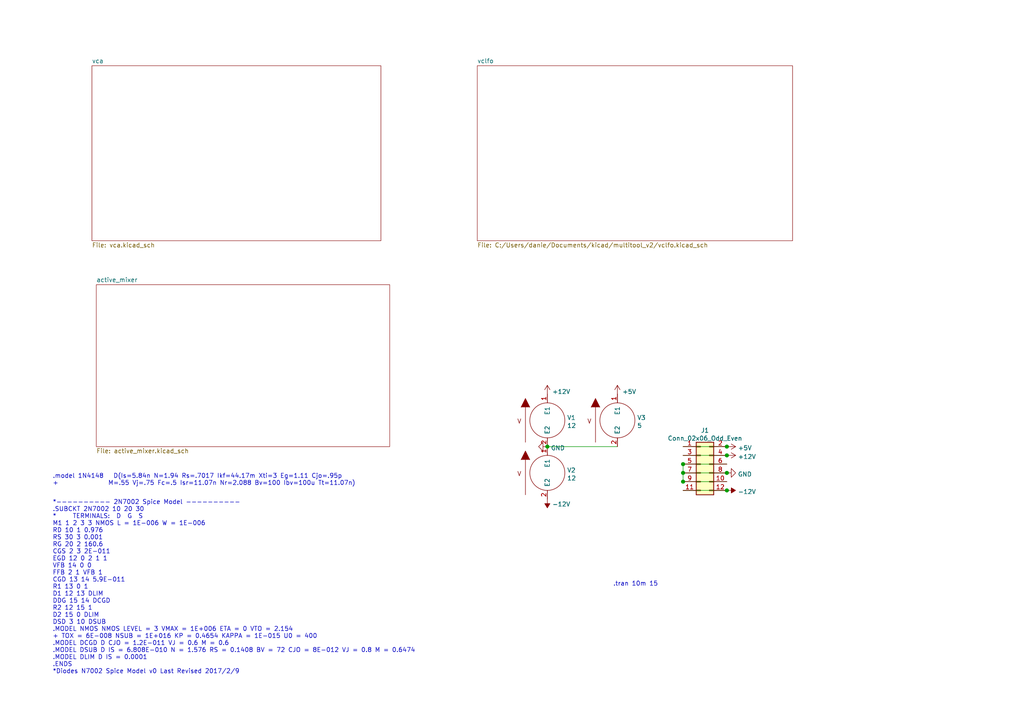
<source format=kicad_sch>
(kicad_sch (version 20210406) (generator eeschema)

  (uuid 6f3b2128-e8b1-41f4-8904-c347a67195d4)

  (paper "A4")

  (lib_symbols
    (symbol "Connector_Generic:Conn_02x06_Odd_Even" (pin_names (offset 1.016) hide) (in_bom yes) (on_board yes)
      (property "Reference" "J" (id 0) (at 1.27 7.62 0)
        (effects (font (size 1.27 1.27)))
      )
      (property "Value" "Conn_02x06_Odd_Even" (id 1) (at 1.27 -10.16 0)
        (effects (font (size 1.27 1.27)))
      )
      (property "Footprint" "" (id 2) (at 0 0 0)
        (effects (font (size 1.27 1.27)) hide)
      )
      (property "Datasheet" "~" (id 3) (at 0 0 0)
        (effects (font (size 1.27 1.27)) hide)
      )
      (property "ki_keywords" "connector" (id 4) (at 0 0 0)
        (effects (font (size 1.27 1.27)) hide)
      )
      (property "ki_description" "Generic connector, double row, 02x06, odd/even pin numbering scheme (row 1 odd numbers, row 2 even numbers), script generated (kicad-library-utils/schlib/autogen/connector/)" (id 5) (at 0 0 0)
        (effects (font (size 1.27 1.27)) hide)
      )
      (property "ki_fp_filters" "Connector*:*_2x??_*" (id 6) (at 0 0 0)
        (effects (font (size 1.27 1.27)) hide)
      )
      (symbol "Conn_02x06_Odd_Even_1_1"
        (rectangle (start -1.27 -7.493) (end 0 -7.747)
          (stroke (width 0.1524)) (fill (type none))
        )
        (rectangle (start -1.27 -4.953) (end 0 -5.207)
          (stroke (width 0.1524)) (fill (type none))
        )
        (rectangle (start -1.27 -2.413) (end 0 -2.667)
          (stroke (width 0.1524)) (fill (type none))
        )
        (rectangle (start -1.27 0.127) (end 0 -0.127)
          (stroke (width 0.1524)) (fill (type none))
        )
        (rectangle (start -1.27 2.667) (end 0 2.413)
          (stroke (width 0.1524)) (fill (type none))
        )
        (rectangle (start -1.27 5.207) (end 0 4.953)
          (stroke (width 0.1524)) (fill (type none))
        )
        (rectangle (start 3.81 -7.493) (end 2.54 -7.747)
          (stroke (width 0.1524)) (fill (type none))
        )
        (rectangle (start 3.81 -4.953) (end 2.54 -5.207)
          (stroke (width 0.1524)) (fill (type none))
        )
        (rectangle (start 3.81 -2.413) (end 2.54 -2.667)
          (stroke (width 0.1524)) (fill (type none))
        )
        (rectangle (start 3.81 0.127) (end 2.54 -0.127)
          (stroke (width 0.1524)) (fill (type none))
        )
        (rectangle (start 3.81 2.667) (end 2.54 2.413)
          (stroke (width 0.1524)) (fill (type none))
        )
        (rectangle (start 3.81 5.207) (end 2.54 4.953)
          (stroke (width 0.1524)) (fill (type none))
        )
        (rectangle (start -1.27 6.35) (end 3.81 -8.89)
          (stroke (width 0.254)) (fill (type background))
        )
        (pin passive line (at -5.08 5.08 0) (length 3.81)
          (name "Pin_1" (effects (font (size 1.27 1.27))))
          (number "1" (effects (font (size 1.27 1.27))))
        )
        (pin passive line (at 7.62 -5.08 180) (length 3.81)
          (name "Pin_10" (effects (font (size 1.27 1.27))))
          (number "10" (effects (font (size 1.27 1.27))))
        )
        (pin passive line (at -5.08 -7.62 0) (length 3.81)
          (name "Pin_11" (effects (font (size 1.27 1.27))))
          (number "11" (effects (font (size 1.27 1.27))))
        )
        (pin passive line (at 7.62 -7.62 180) (length 3.81)
          (name "Pin_12" (effects (font (size 1.27 1.27))))
          (number "12" (effects (font (size 1.27 1.27))))
        )
        (pin passive line (at 7.62 5.08 180) (length 3.81)
          (name "Pin_2" (effects (font (size 1.27 1.27))))
          (number "2" (effects (font (size 1.27 1.27))))
        )
        (pin passive line (at -5.08 2.54 0) (length 3.81)
          (name "Pin_3" (effects (font (size 1.27 1.27))))
          (number "3" (effects (font (size 1.27 1.27))))
        )
        (pin passive line (at 7.62 2.54 180) (length 3.81)
          (name "Pin_4" (effects (font (size 1.27 1.27))))
          (number "4" (effects (font (size 1.27 1.27))))
        )
        (pin passive line (at -5.08 0 0) (length 3.81)
          (name "Pin_5" (effects (font (size 1.27 1.27))))
          (number "5" (effects (font (size 1.27 1.27))))
        )
        (pin passive line (at 7.62 0 180) (length 3.81)
          (name "Pin_6" (effects (font (size 1.27 1.27))))
          (number "6" (effects (font (size 1.27 1.27))))
        )
        (pin passive line (at -5.08 -2.54 0) (length 3.81)
          (name "Pin_7" (effects (font (size 1.27 1.27))))
          (number "7" (effects (font (size 1.27 1.27))))
        )
        (pin passive line (at 7.62 -2.54 180) (length 3.81)
          (name "Pin_8" (effects (font (size 1.27 1.27))))
          (number "8" (effects (font (size 1.27 1.27))))
        )
        (pin passive line (at -5.08 -5.08 0) (length 3.81)
          (name "Pin_9" (effects (font (size 1.27 1.27))))
          (number "9" (effects (font (size 1.27 1.27))))
        )
      )
    )
    (symbol "power:+12V" (power) (pin_names (offset 0)) (in_bom yes) (on_board yes)
      (property "Reference" "#PWR" (id 0) (at 0 -3.81 0)
        (effects (font (size 1.27 1.27)) hide)
      )
      (property "Value" "+12V" (id 1) (at 0 3.556 0)
        (effects (font (size 1.27 1.27)))
      )
      (property "Footprint" "" (id 2) (at 0 0 0)
        (effects (font (size 1.27 1.27)) hide)
      )
      (property "Datasheet" "" (id 3) (at 0 0 0)
        (effects (font (size 1.27 1.27)) hide)
      )
      (property "ki_keywords" "power-flag" (id 4) (at 0 0 0)
        (effects (font (size 1.27 1.27)) hide)
      )
      (property "ki_description" "Power symbol creates a global label with name \"+12V\"" (id 5) (at 0 0 0)
        (effects (font (size 1.27 1.27)) hide)
      )
      (symbol "+12V_0_1"
        (polyline
          (pts
            (xy -0.762 1.27)
            (xy 0 2.54)
          )
          (stroke (width 0)) (fill (type none))
        )
        (polyline
          (pts
            (xy 0 0)
            (xy 0 2.54)
          )
          (stroke (width 0)) (fill (type none))
        )
        (polyline
          (pts
            (xy 0 2.54)
            (xy 0.762 1.27)
          )
          (stroke (width 0)) (fill (type none))
        )
      )
      (symbol "+12V_1_1"
        (pin power_in line (at 0 0 90) (length 0) hide
          (name "+12V" (effects (font (size 1.27 1.27))))
          (number "1" (effects (font (size 1.27 1.27))))
        )
      )
    )
    (symbol "power:+5V" (power) (pin_names (offset 0)) (in_bom yes) (on_board yes)
      (property "Reference" "#PWR" (id 0) (at 0 -3.81 0)
        (effects (font (size 1.27 1.27)) hide)
      )
      (property "Value" "+5V" (id 1) (at 0 3.556 0)
        (effects (font (size 1.27 1.27)))
      )
      (property "Footprint" "" (id 2) (at 0 0 0)
        (effects (font (size 1.27 1.27)) hide)
      )
      (property "Datasheet" "" (id 3) (at 0 0 0)
        (effects (font (size 1.27 1.27)) hide)
      )
      (property "ki_keywords" "power-flag" (id 4) (at 0 0 0)
        (effects (font (size 1.27 1.27)) hide)
      )
      (property "ki_description" "Power symbol creates a global label with name \"+5V\"" (id 5) (at 0 0 0)
        (effects (font (size 1.27 1.27)) hide)
      )
      (symbol "+5V_0_1"
        (polyline
          (pts
            (xy -0.762 1.27)
            (xy 0 2.54)
          )
          (stroke (width 0)) (fill (type none))
        )
        (polyline
          (pts
            (xy 0 0)
            (xy 0 2.54)
          )
          (stroke (width 0)) (fill (type none))
        )
        (polyline
          (pts
            (xy 0 2.54)
            (xy 0.762 1.27)
          )
          (stroke (width 0)) (fill (type none))
        )
      )
      (symbol "+5V_1_1"
        (pin power_in line (at 0 0 90) (length 0) hide
          (name "+5V" (effects (font (size 1.27 1.27))))
          (number "1" (effects (font (size 1.27 1.27))))
        )
      )
    )
    (symbol "power:-12V" (power) (pin_names (offset 0)) (in_bom yes) (on_board yes)
      (property "Reference" "#PWR" (id 0) (at 0 2.54 0)
        (effects (font (size 1.27 1.27)) hide)
      )
      (property "Value" "-12V" (id 1) (at 0 3.81 0)
        (effects (font (size 1.27 1.27)))
      )
      (property "Footprint" "" (id 2) (at 0 0 0)
        (effects (font (size 1.27 1.27)) hide)
      )
      (property "Datasheet" "" (id 3) (at 0 0 0)
        (effects (font (size 1.27 1.27)) hide)
      )
      (property "ki_keywords" "power-flag" (id 4) (at 0 0 0)
        (effects (font (size 1.27 1.27)) hide)
      )
      (property "ki_description" "Power symbol creates a global label with name \"-12V\"" (id 5) (at 0 0 0)
        (effects (font (size 1.27 1.27)) hide)
      )
      (symbol "-12V_0_0"
        (pin power_in line (at 0 0 90) (length 0) hide
          (name "-12V" (effects (font (size 1.27 1.27))))
          (number "1" (effects (font (size 1.27 1.27))))
        )
      )
      (symbol "-12V_0_1"
        (polyline
          (pts
            (xy 0 0)
            (xy 0 1.27)
            (xy 0.762 1.27)
            (xy 0 2.54)
            (xy -0.762 1.27)
            (xy 0 1.27)
          )
          (stroke (width 0)) (fill (type outline))
        )
      )
    )
    (symbol "power:GND" (power) (pin_names (offset 0)) (in_bom yes) (on_board yes)
      (property "Reference" "#PWR" (id 0) (at 0 -6.35 0)
        (effects (font (size 1.27 1.27)) hide)
      )
      (property "Value" "GND" (id 1) (at 0 -3.81 0)
        (effects (font (size 1.27 1.27)))
      )
      (property "Footprint" "" (id 2) (at 0 0 0)
        (effects (font (size 1.27 1.27)) hide)
      )
      (property "Datasheet" "" (id 3) (at 0 0 0)
        (effects (font (size 1.27 1.27)) hide)
      )
      (property "ki_keywords" "power-flag" (id 4) (at 0 0 0)
        (effects (font (size 1.27 1.27)) hide)
      )
      (property "ki_description" "Power symbol creates a global label with name \"GND\" , ground" (id 5) (at 0 0 0)
        (effects (font (size 1.27 1.27)) hide)
      )
      (symbol "GND_0_1"
        (polyline
          (pts
            (xy 0 0)
            (xy 0 -1.27)
            (xy 1.27 -1.27)
            (xy 0 -2.54)
            (xy -1.27 -1.27)
            (xy 0 -1.27)
          )
          (stroke (width 0)) (fill (type none))
        )
      )
      (symbol "GND_1_1"
        (pin power_in line (at 0 0 270) (length 0) hide
          (name "GND" (effects (font (size 1.27 1.27))))
          (number "1" (effects (font (size 1.27 1.27))))
        )
      )
    )
    (symbol "pspice:VSOURCE" (pin_names (offset 1.016)) (in_bom yes) (on_board yes)
      (property "Reference" "V" (id 0) (at -6.35 7.62 0)
        (effects (font (size 1.27 1.27)))
      )
      (property "Value" "VSOURCE" (id 1) (at 0 0 0)
        (effects (font (size 1.27 1.27)))
      )
      (property "Footprint" "" (id 2) (at 0 0 0)
        (effects (font (size 1.27 1.27)) hide)
      )
      (property "Datasheet" "~" (id 3) (at 0 0 0)
        (effects (font (size 1.27 1.27)) hide)
      )
      (property "ki_keywords" "simulation" (id 4) (at 0 0 0)
        (effects (font (size 1.27 1.27)) hide)
      )
      (property "ki_description" "Voltage source symbol for simulation only" (id 5) (at 0 0 0)
        (effects (font (size 1.27 1.27)) hide)
      )
      (symbol "VSOURCE_0_1"
        (circle (center 0 0) (radius 5.08) (stroke (width 0)) (fill (type none)))
        (text "V" (at -8.128 -0.254 0)
          (effects (font (size 1.27 1.27)))
        )
        (polyline
          (pts
            (xy -6.35 -6.35)
            (xy -6.35 3.81)
          )
          (stroke (width 0)) (fill (type outline))
        )
        (polyline
          (pts
            (xy -7.62 3.81)
            (xy -6.35 6.35)
            (xy -5.08 3.81)
          )
          (stroke (width 0)) (fill (type outline))
        )
      )
      (symbol "VSOURCE_1_1"
        (pin input line (at 0 7.62 270) (length 2.54)
          (name "E1" (effects (font (size 1.27 1.27))))
          (number "1" (effects (font (size 1.27 1.27))))
        )
        (pin input line (at 0 -7.62 90) (length 2.54)
          (name "E2" (effects (font (size 1.27 1.27))))
          (number "2" (effects (font (size 1.27 1.27))))
        )
      )
    )
  )

  (junction (at 158.75 129.54) (diameter 1.016) (color 0 0 0 0))
  (junction (at 198.12 134.62) (diameter 1.016) (color 0 0 0 0))
  (junction (at 198.12 137.16) (diameter 1.016) (color 0 0 0 0))
  (junction (at 198.12 139.7) (diameter 1.016) (color 0 0 0 0))
  (junction (at 210.82 129.54) (diameter 1.016) (color 0 0 0 0))
  (junction (at 210.82 132.08) (diameter 1.016) (color 0 0 0 0))
  (junction (at 210.82 137.16) (diameter 1.016) (color 0 0 0 0))
  (junction (at 210.82 142.24) (diameter 1.016) (color 0 0 0 0))

  (wire (pts (xy 158.75 129.54) (xy 179.07 129.54))
    (stroke (width 0) (type solid) (color 0 0 0 0))
    (uuid 6ebf869d-21e2-4b19-91c2-f5eea7e65d7c)
  )
  (wire (pts (xy 198.12 129.54) (xy 210.82 129.54))
    (stroke (width 0) (type solid) (color 0 0 0 0))
    (uuid 30cffa07-6896-455c-a604-b4bbef4ce73b)
  )
  (wire (pts (xy 198.12 132.08) (xy 210.82 132.08))
    (stroke (width 0) (type solid) (color 0 0 0 0))
    (uuid 3f786bff-5985-4752-b153-66187e4ad4da)
  )
  (wire (pts (xy 198.12 134.62) (xy 198.12 137.16))
    (stroke (width 0) (type solid) (color 0 0 0 0))
    (uuid aeffc332-6cdb-40b9-9a01-9fa53150e4c0)
  )
  (wire (pts (xy 198.12 134.62) (xy 210.82 134.62))
    (stroke (width 0) (type solid) (color 0 0 0 0))
    (uuid 3adba6bb-5296-4120-92e9-d256457a8589)
  )
  (wire (pts (xy 198.12 137.16) (xy 198.12 139.7))
    (stroke (width 0) (type solid) (color 0 0 0 0))
    (uuid aeffc332-6cdb-40b9-9a01-9fa53150e4c0)
  )
  (wire (pts (xy 198.12 137.16) (xy 210.82 137.16))
    (stroke (width 0) (type solid) (color 0 0 0 0))
    (uuid e24e999a-1e95-4e5a-b6a1-77c3d48247fc)
  )
  (wire (pts (xy 198.12 139.7) (xy 210.82 139.7))
    (stroke (width 0) (type solid) (color 0 0 0 0))
    (uuid d4327457-b9e7-48c1-ae29-3b3882e189e4)
  )
  (wire (pts (xy 198.12 142.24) (xy 210.82 142.24))
    (stroke (width 0) (type solid) (color 0 0 0 0))
    (uuid c448b93d-f838-42d0-9739-82e2aefa3d2b)
  )

  (text ".model 1N4148   D(Is=5.84n N=1.94 Rs=.7017 Ikf=44.17m Xti=3 Eg=1.11 Cjo=.95p\n+               M=.55 Vj=.75 Fc=.5 Isr=11.07n Nr=2.088 Bv=100 Ibv=100u Tt=11.07n)"
    (at 15.24 140.97 0)
    (effects (font (size 1.27 1.27)) (justify left bottom))
    (uuid 5c19881a-eef4-4795-9f23-725b9b620baa)
  )
  (text "*---------- 2N7002 Spice Model ----------\n.SUBCKT 2N7002 10 20 30 \n*     TERMINALS:  D  G  S\nM1 1 2 3 3 NMOS L = 1E-006 W = 1E-006 \nRD 10 1 0.976 \nRS 30 3 0.001 \nRG 20 2 160.6 \nCGS 2 3 2E-011 \nEGD 12 0 2 1 1 \nVFB 14 0 0 \nFFB 2 1 VFB 1 \nCGD 13 14 5.9E-011 \nR1 13 0 1 \nD1 12 13 DLIM \nDDG 15 14 DCGD \nR2 12 15 1 \nD2 15 0 DLIM \nDSD 3 10 DSUB \n.MODEL NMOS NMOS LEVEL = 3 VMAX = 1E+006 ETA = 0 VTO = 2.154 \n+ TOX = 6E-008 NSUB = 1E+016 KP = 0.4654 KAPPA = 1E-015 U0 = 400 \n.MODEL DCGD D CJO = 1.2E-011 VJ = 0.6 M = 0.6 \n.MODEL DSUB D IS = 6.808E-010 N = 1.576 RS = 0.1408 BV = 72 CJO = 8E-012 VJ = 0.8 M = 0.6474 \n.MODEL DLIM D IS = 0.0001 \n.ENDS\n*Diodes N7002 Spice Model v0 Last Revised 2017/2/9"
    (at 15.24 195.58 0)
    (effects (font (size 1.27 1.27)) (justify left bottom))
    (uuid 25482be2-a27c-4b63-a7a6-e6ff29481cae)
  )
  (text ".tran 10m 15" (at 177.8 170.18 0)
    (effects (font (size 1.27 1.27)) (justify left bottom))
    (uuid 383fb0aa-5b98-4c28-8057-9d146766bace)
  )

  (symbol (lib_id "power:+12V") (at 158.75 114.3 0) (unit 1)
    (in_bom yes) (on_board yes) (fields_autoplaced)
    (uuid 85503cb0-056a-4dc6-bf05-c014feaa38a2)
    (property "Reference" "#PWR05" (id 0) (at 158.75 118.11 0)
      (effects (font (size 1.27 1.27)) hide)
    )
    (property "Value" "+12V" (id 1) (at 160.1471 113.609 0)
      (effects (font (size 1.27 1.27)) (justify left))
    )
    (property "Footprint" "" (id 2) (at 158.75 114.3 0)
      (effects (font (size 1.27 1.27)) hide)
    )
    (property "Datasheet" "" (id 3) (at 158.75 114.3 0)
      (effects (font (size 1.27 1.27)) hide)
    )
    (pin "1" (uuid efd309eb-01d0-44a4-81a9-17dbb947ff09))
  )

  (symbol (lib_id "power:-12V") (at 158.75 144.78 180) (unit 1)
    (in_bom yes) (on_board yes) (fields_autoplaced)
    (uuid 5948bd31-5130-4ffe-aabf-ab44ba13b64c)
    (property "Reference" "#PWR07" (id 0) (at 158.75 147.32 0)
      (effects (font (size 1.27 1.27)) hide)
    )
    (property "Value" "-12V" (id 1) (at 160.1471 146.248 0)
      (effects (font (size 1.27 1.27)) (justify right))
    )
    (property "Footprint" "" (id 2) (at 158.75 144.78 0)
      (effects (font (size 1.27 1.27)) hide)
    )
    (property "Datasheet" "" (id 3) (at 158.75 144.78 0)
      (effects (font (size 1.27 1.27)) hide)
    )
    (pin "1" (uuid e99b7abb-d3f3-4b62-9e96-9ee6fc3a3743))
  )

  (symbol (lib_id "power:+5V") (at 179.07 114.3 0) (unit 1)
    (in_bom yes) (on_board yes) (fields_autoplaced)
    (uuid 8002ee9a-94c4-4657-a25f-6da9e6c8bfa0)
    (property "Reference" "#PWR08" (id 0) (at 179.07 118.11 0)
      (effects (font (size 1.27 1.27)) hide)
    )
    (property "Value" "+5V" (id 1) (at 180.4671 113.609 0)
      (effects (font (size 1.27 1.27)) (justify left))
    )
    (property "Footprint" "" (id 2) (at 179.07 114.3 0)
      (effects (font (size 1.27 1.27)) hide)
    )
    (property "Datasheet" "" (id 3) (at 179.07 114.3 0)
      (effects (font (size 1.27 1.27)) hide)
    )
    (pin "1" (uuid 94372683-445b-40e2-a49e-29e281065b3d))
  )

  (symbol (lib_id "power:+5V") (at 210.82 129.54 270) (unit 1)
    (in_bom yes) (on_board yes) (fields_autoplaced)
    (uuid 5be8ef71-8c8c-4ebb-95a0-cbc9192c7c6c)
    (property "Reference" "#PWR01" (id 0) (at 207.01 129.54 0)
      (effects (font (size 1.27 1.27)) hide)
    )
    (property "Value" "+5V" (id 1) (at 213.9951 129.9285 90)
      (effects (font (size 1.27 1.27)) (justify left))
    )
    (property "Footprint" "" (id 2) (at 210.82 129.54 0)
      (effects (font (size 1.27 1.27)) hide)
    )
    (property "Datasheet" "" (id 3) (at 210.82 129.54 0)
      (effects (font (size 1.27 1.27)) hide)
    )
    (pin "1" (uuid 027aa968-9881-4cf3-aa12-c4cbe02399de))
  )

  (symbol (lib_id "power:+12V") (at 210.82 132.08 270) (unit 1)
    (in_bom yes) (on_board yes) (fields_autoplaced)
    (uuid 16da8e39-f360-42d2-beba-1c1871d0a966)
    (property "Reference" "#PWR02" (id 0) (at 207.01 132.08 0)
      (effects (font (size 1.27 1.27)) hide)
    )
    (property "Value" "+12V" (id 1) (at 213.9951 132.4685 90)
      (effects (font (size 1.27 1.27)) (justify left))
    )
    (property "Footprint" "" (id 2) (at 210.82 132.08 0)
      (effects (font (size 1.27 1.27)) hide)
    )
    (property "Datasheet" "" (id 3) (at 210.82 132.08 0)
      (effects (font (size 1.27 1.27)) hide)
    )
    (pin "1" (uuid 27c94cdc-f284-4634-8c13-18cf34d7af01))
  )

  (symbol (lib_id "power:-12V") (at 210.82 142.24 270) (unit 1)
    (in_bom yes) (on_board yes) (fields_autoplaced)
    (uuid 96c4552a-f84c-4562-9187-dfd0def914c4)
    (property "Reference" "#PWR04" (id 0) (at 213.36 142.24 0)
      (effects (font (size 1.27 1.27)) hide)
    )
    (property "Value" "-12V" (id 1) (at 213.9951 142.6285 90)
      (effects (font (size 1.27 1.27)) (justify left))
    )
    (property "Footprint" "" (id 2) (at 210.82 142.24 0)
      (effects (font (size 1.27 1.27)) hide)
    )
    (property "Datasheet" "" (id 3) (at 210.82 142.24 0)
      (effects (font (size 1.27 1.27)) hide)
    )
    (pin "1" (uuid 8011fe36-f467-421a-98ed-cb9e21df7a90))
  )

  (symbol (lib_id "power:GND") (at 158.75 129.54 270) (unit 1)
    (in_bom yes) (on_board yes) (fields_autoplaced)
    (uuid 617440fb-0e2d-4a42-9eeb-6d9b984b9706)
    (property "Reference" "#PWR06" (id 0) (at 152.4 129.54 0)
      (effects (font (size 1.27 1.27)) hide)
    )
    (property "Value" "GND" (id 1) (at 159.7661 129.9285 90)
      (effects (font (size 1.27 1.27)) (justify left))
    )
    (property "Footprint" "" (id 2) (at 158.75 129.54 0)
      (effects (font (size 1.27 1.27)) hide)
    )
    (property "Datasheet" "" (id 3) (at 158.75 129.54 0)
      (effects (font (size 1.27 1.27)) hide)
    )
    (pin "1" (uuid 27120751-1274-4338-b2ef-f0e3af55de0d))
  )

  (symbol (lib_id "power:GND") (at 210.82 137.16 90) (unit 1)
    (in_bom yes) (on_board yes) (fields_autoplaced)
    (uuid 73135d13-fdd9-4090-a0c8-92e10f21332f)
    (property "Reference" "#PWR03" (id 0) (at 217.17 137.16 0)
      (effects (font (size 1.27 1.27)) hide)
    )
    (property "Value" "GND" (id 1) (at 213.9951 137.5485 90)
      (effects (font (size 1.27 1.27)) (justify right))
    )
    (property "Footprint" "" (id 2) (at 210.82 137.16 0)
      (effects (font (size 1.27 1.27)) hide)
    )
    (property "Datasheet" "" (id 3) (at 210.82 137.16 0)
      (effects (font (size 1.27 1.27)) hide)
    )
    (pin "1" (uuid 15c6cd6f-944a-4d55-a8b1-e49cf9824b79))
  )

  (symbol (lib_id "Connector_Generic:Conn_02x06_Odd_Even") (at 203.2 134.62 0) (unit 1)
    (in_bom yes) (on_board yes) (fields_autoplaced)
    (uuid f1fc5ab9-fa72-439e-b0d5-5ac0a6e5c512)
    (property "Reference" "J1" (id 0) (at 204.47 124.8368 0))
    (property "Value" "Conn_02x06_Odd_Even" (id 1) (at 204.47 127.1355 0))
    (property "Footprint" "" (id 2) (at 203.2 134.62 0)
      (effects (font (size 1.27 1.27)) hide)
    )
    (property "Datasheet" "~" (id 3) (at 203.2 134.62 0)
      (effects (font (size 1.27 1.27)) hide)
    )
    (property "Spice_Primitive" "J" (id 4) (at 203.2 134.62 0)
      (effects (font (size 1.27 1.27)) hide)
    )
    (property "Spice_Model" "Conn_02x06_Odd_Even" (id 5) (at 203.2 134.62 0)
      (effects (font (size 1.27 1.27)) hide)
    )
    (property "Spice_Netlist_Enabled" "N" (id 6) (at 203.2 134.62 0)
      (effects (font (size 1.27 1.27)) hide)
    )
    (pin "1" (uuid 0ebf3a58-1043-43a3-87d7-fadefa1c20f9))
    (pin "10" (uuid 554de53a-b723-47f8-b7b7-749fffea12b9))
    (pin "11" (uuid 4566895a-90b4-4881-9429-195935a9746c))
    (pin "12" (uuid 42ba1ab1-f295-4c05-8f9b-9f559c8b6eaf))
    (pin "2" (uuid 30d0d1dd-f3fe-49b5-a9c6-fc1d0df8ce3d))
    (pin "3" (uuid 008eac32-5868-44d5-be97-f84192b3e969))
    (pin "4" (uuid 96c48817-719e-44bd-989d-2f89d54ddd4b))
    (pin "5" (uuid d1abe1ec-dab3-40a0-86b7-445b055de01d))
    (pin "6" (uuid 5ea32590-84c6-4388-913c-87d26cb4fd86))
    (pin "7" (uuid 1a7089fd-c593-4afe-b438-1e30a59d77c7))
    (pin "8" (uuid 42168337-13e9-4f9e-a09b-7234f99c1067))
    (pin "9" (uuid ad43af45-d12e-493b-8fd4-f41bf1a22078))
  )

  (symbol (lib_id "pspice:VSOURCE") (at 158.75 121.92 0) (unit 1)
    (in_bom yes) (on_board yes) (fields_autoplaced)
    (uuid 4531416e-fadf-4a0c-b28d-dc38f4584f5f)
    (property "Reference" "V1" (id 0) (at 164.4651 121.1591 0)
      (effects (font (size 1.27 1.27)) (justify left))
    )
    (property "Value" "VSOURCE" (id 1) (at 164.4651 123.4578 0)
      (effects (font (size 1.27 1.27)) (justify left))
    )
    (property "Footprint" "" (id 2) (at 158.75 121.92 0)
      (effects (font (size 1.27 1.27)) hide)
    )
    (property "Datasheet" "~" (id 3) (at 158.75 121.92 0)
      (effects (font (size 1.27 1.27)) hide)
    )
    (property "Spice_Primitive" "V" (id 4) (at 158.75 121.92 0)
      (effects (font (size 1.27 1.27)) hide)
    )
    (property "Spice_Model" "dc 12" (id 5) (at 158.75 121.92 0)
      (effects (font (size 1.27 1.27)) hide)
    )
    (property "Spice_Netlist_Enabled" "Y" (id 6) (at 158.75 121.92 0)
      (effects (font (size 1.27 1.27)) hide)
    )
    (pin "1" (uuid 9971a5b2-96f8-41b9-94ad-45fd78b260ef))
    (pin "2" (uuid ac6c5170-6630-4108-ab63-a49c1d738e78))
  )

  (symbol (lib_id "pspice:VSOURCE") (at 158.75 137.16 0) (unit 1)
    (in_bom yes) (on_board yes) (fields_autoplaced)
    (uuid 0d6c6f1f-c5f9-4756-8d40-fc46a2c1de91)
    (property "Reference" "V2" (id 0) (at 164.4651 136.3991 0)
      (effects (font (size 1.27 1.27)) (justify left))
    )
    (property "Value" "VSOURCE" (id 1) (at 164.4651 138.6978 0)
      (effects (font (size 1.27 1.27)) (justify left))
    )
    (property "Footprint" "" (id 2) (at 158.75 137.16 0)
      (effects (font (size 1.27 1.27)) hide)
    )
    (property "Datasheet" "~" (id 3) (at 158.75 137.16 0)
      (effects (font (size 1.27 1.27)) hide)
    )
    (property "Spice_Primitive" "V" (id 4) (at 158.75 137.16 0)
      (effects (font (size 1.27 1.27)) hide)
    )
    (property "Spice_Model" "dc 12" (id 5) (at 158.75 137.16 0)
      (effects (font (size 1.27 1.27)) hide)
    )
    (property "Spice_Netlist_Enabled" "Y" (id 6) (at 158.75 137.16 0)
      (effects (font (size 1.27 1.27)) hide)
    )
    (pin "1" (uuid e11cd4c9-1ea3-42fb-bdbd-da2e889a3d23))
    (pin "2" (uuid f686be06-ad41-4e90-bb93-19f163522503))
  )

  (symbol (lib_id "pspice:VSOURCE") (at 179.07 121.92 0) (unit 1)
    (in_bom yes) (on_board yes) (fields_autoplaced)
    (uuid 7943e61c-61f2-456c-93c9-759c6f92e66b)
    (property "Reference" "V3" (id 0) (at 184.7851 121.1591 0)
      (effects (font (size 1.27 1.27)) (justify left))
    )
    (property "Value" "VSOURCE" (id 1) (at 184.7851 123.4578 0)
      (effects (font (size 1.27 1.27)) (justify left))
    )
    (property "Footprint" "" (id 2) (at 179.07 121.92 0)
      (effects (font (size 1.27 1.27)) hide)
    )
    (property "Datasheet" "~" (id 3) (at 179.07 121.92 0)
      (effects (font (size 1.27 1.27)) hide)
    )
    (property "Spice_Primitive" "V" (id 4) (at 179.07 121.92 0)
      (effects (font (size 1.27 1.27)) hide)
    )
    (property "Spice_Model" "dc 5" (id 5) (at 179.07 121.92 0)
      (effects (font (size 1.27 1.27)) hide)
    )
    (property "Spice_Netlist_Enabled" "Y" (id 6) (at 179.07 121.92 0)
      (effects (font (size 1.27 1.27)) hide)
    )
    (pin "1" (uuid 83d6edfe-6ae0-4648-8b12-e0ede0b720e6))
    (pin "2" (uuid 6cb2e235-1d0f-43ac-9927-29772d175248))
  )

  (sheet (at 27.94 82.55) (size 85.09 46.99) (fields_autoplaced)
    (stroke (width 0.0006) (type solid) (color 0 0 0 0))
    (fill (color 0 0 0 0.0000))
    (uuid 64f0b70b-f9cc-4adc-904f-bddd1e6e332a)
    (property "Sheet name" "active_mixer" (id 0) (at 27.94 81.9143 0)
      (effects (font (size 1.27 1.27)) (justify left bottom))
    )
    (property "Sheet file" "active_mixer.kicad_sch" (id 1) (at 27.94 130.0487 0)
      (effects (font (size 1.27 1.27)) (justify left top))
    )
  )

  (sheet (at 26.67 19.05) (size 83.82 50.8) (fields_autoplaced)
    (stroke (width 0.0006) (type solid) (color 0 0 0 0))
    (fill (color 0 0 0 0.0000))
    (uuid 0483b21f-e43a-4473-82b6-f5222b71de26)
    (property "Sheet name" "vca" (id 0) (at 26.67 18.4143 0)
      (effects (font (size 1.27 1.27)) (justify left bottom))
    )
    (property "Sheet file" "vca.kicad_sch" (id 1) (at 26.67 70.3587 0)
      (effects (font (size 1.27 1.27)) (justify left top))
    )
  )

  (sheet (at 138.43 19.05) (size 91.44 50.8) (fields_autoplaced)
    (stroke (width 0.0006) (type solid) (color 0 0 0 0))
    (fill (color 0 0 0 0.0000))
    (uuid 04a481dc-1713-4bd9-987f-0e83b4e1a00c)
    (property "Sheet name" "vclfo" (id 0) (at 138.43 18.4143 0)
      (effects (font (size 1.27 1.27)) (justify left bottom))
    )
    (property "Sheet file" "C:/Users/danie/Documents/kicad/multitool_v2/vclfo.kicad_sch" (id 1) (at 138.43 70.3587 0)
      (effects (font (size 1.27 1.27)) (justify left top))
    )
  )

  (sheet_instances
    (path "/" (page "1"))
    (path "/0483b21f-e43a-4473-82b6-f5222b71de26" (page "2"))
    (path "/04a481dc-1713-4bd9-987f-0e83b4e1a00c" (page "3"))
    (path "/64f0b70b-f9cc-4adc-904f-bddd1e6e332a" (page "4"))
  )

  (symbol_instances
    (path "/5be8ef71-8c8c-4ebb-95a0-cbc9192c7c6c"
      (reference "#PWR01") (unit 1) (value "+5V") (footprint "")
    )
    (path "/16da8e39-f360-42d2-beba-1c1871d0a966"
      (reference "#PWR02") (unit 1) (value "+12V") (footprint "")
    )
    (path "/73135d13-fdd9-4090-a0c8-92e10f21332f"
      (reference "#PWR03") (unit 1) (value "GND") (footprint "")
    )
    (path "/96c4552a-f84c-4562-9187-dfd0def914c4"
      (reference "#PWR04") (unit 1) (value "-12V") (footprint "")
    )
    (path "/85503cb0-056a-4dc6-bf05-c014feaa38a2"
      (reference "#PWR05") (unit 1) (value "+12V") (footprint "")
    )
    (path "/617440fb-0e2d-4a42-9eeb-6d9b984b9706"
      (reference "#PWR06") (unit 1) (value "GND") (footprint "")
    )
    (path "/5948bd31-5130-4ffe-aabf-ab44ba13b64c"
      (reference "#PWR07") (unit 1) (value "-12V") (footprint "")
    )
    (path "/8002ee9a-94c4-4657-a25f-6da9e6c8bfa0"
      (reference "#PWR08") (unit 1) (value "+5V") (footprint "")
    )
    (path "/0483b21f-e43a-4473-82b6-f5222b71de26/b3841cba-4ae4-468c-ab46-7bb1780d01ab"
      (reference "#PWR09") (unit 1) (value "+12V") (footprint "")
    )
    (path "/0483b21f-e43a-4473-82b6-f5222b71de26/c8e3efb2-df71-488b-8d92-23375c17ed10"
      (reference "#PWR010") (unit 1) (value "-12V") (footprint "")
    )
    (path "/0483b21f-e43a-4473-82b6-f5222b71de26/19709f71-3ab5-4cc1-a91b-3340ddb341a4"
      (reference "#PWR011") (unit 1) (value "GND") (footprint "")
    )
    (path "/0483b21f-e43a-4473-82b6-f5222b71de26/64b6ab6f-858b-405f-8dff-d892d0af20ac"
      (reference "#PWR012") (unit 1) (value "GND") (footprint "")
    )
    (path "/0483b21f-e43a-4473-82b6-f5222b71de26/f1b71b03-5c9b-40df-a5f6-8d6bc47fce40"
      (reference "#PWR013") (unit 1) (value "GND") (footprint "")
    )
    (path "/0483b21f-e43a-4473-82b6-f5222b71de26/3c7f9c8e-8b4d-4e88-a009-69a8dccb8cd6"
      (reference "#PWR014") (unit 1) (value "GND") (footprint "")
    )
    (path "/0483b21f-e43a-4473-82b6-f5222b71de26/3e68b8a5-08ce-4fc3-a8c6-bacd45ffef7e"
      (reference "#PWR015") (unit 1) (value "GND") (footprint "")
    )
    (path "/0483b21f-e43a-4473-82b6-f5222b71de26/be29b1f5-7358-41d8-9779-5ad07434f27b"
      (reference "#PWR016") (unit 1) (value "+12V") (footprint "")
    )
    (path "/0483b21f-e43a-4473-82b6-f5222b71de26/f9dd9155-661a-498a-95e7-f8479205356a"
      (reference "#PWR017") (unit 1) (value "-12V") (footprint "")
    )
    (path "/0483b21f-e43a-4473-82b6-f5222b71de26/0a0f881a-68d9-4853-855c-8e143793b7ca"
      (reference "#PWR018") (unit 1) (value "+12V") (footprint "")
    )
    (path "/0483b21f-e43a-4473-82b6-f5222b71de26/31da0515-215f-4e3c-8ccb-4cd9c483504b"
      (reference "#PWR019") (unit 1) (value "-12V") (footprint "")
    )
    (path "/0483b21f-e43a-4473-82b6-f5222b71de26/0311ca16-445b-42ac-97ef-1dee712db9d8"
      (reference "#PWR020") (unit 1) (value "GND") (footprint "")
    )
    (path "/0483b21f-e43a-4473-82b6-f5222b71de26/6a60fa99-218f-46f9-afd1-3b1b6c81c001"
      (reference "#PWR021") (unit 1) (value "GND") (footprint "")
    )
    (path "/0483b21f-e43a-4473-82b6-f5222b71de26/6736c58c-a765-48e0-875f-1752399126a4"
      (reference "#PWR022") (unit 1) (value "+12V") (footprint "")
    )
    (path "/0483b21f-e43a-4473-82b6-f5222b71de26/20d2e04c-9de7-4877-8b1f-76ec1de2bc83"
      (reference "#PWR023") (unit 1) (value "GND") (footprint "")
    )
    (path "/0483b21f-e43a-4473-82b6-f5222b71de26/dacb1cef-945e-4ece-adf7-e4305d54d7de"
      (reference "#PWR024") (unit 1) (value "-12V") (footprint "")
    )
    (path "/0483b21f-e43a-4473-82b6-f5222b71de26/a4aae9cc-5a0a-4efe-bf49-af5b6ef9adf0"
      (reference "#PWR025") (unit 1) (value "+12V") (footprint "")
    )
    (path "/0483b21f-e43a-4473-82b6-f5222b71de26/9f9d2773-f172-4ad0-be32-9b9d40b622de"
      (reference "#PWR026") (unit 1) (value "GND") (footprint "")
    )
    (path "/0483b21f-e43a-4473-82b6-f5222b71de26/4ddd9a1f-40f7-4625-abbf-3e9ce03bfb7e"
      (reference "#PWR027") (unit 1) (value "GND") (footprint "")
    )
    (path "/0483b21f-e43a-4473-82b6-f5222b71de26/a9b2d3a8-7323-4dde-a118-fd3e9284edb3"
      (reference "#PWR028") (unit 1) (value "GND") (footprint "")
    )
    (path "/0483b21f-e43a-4473-82b6-f5222b71de26/bf70ef48-624f-432d-b974-d2b8184780e1"
      (reference "#PWR029") (unit 1) (value "GND") (footprint "")
    )
    (path "/0483b21f-e43a-4473-82b6-f5222b71de26/70f05a10-062b-4ef3-a462-1cbff4a4adae"
      (reference "#PWR030") (unit 1) (value "GND") (footprint "")
    )
    (path "/0483b21f-e43a-4473-82b6-f5222b71de26/a0e41831-11f7-408e-9651-c5b9789968b1"
      (reference "#PWR031") (unit 1) (value "GND") (footprint "")
    )
    (path "/0483b21f-e43a-4473-82b6-f5222b71de26/a237b7ba-3306-491c-b88d-e3705e2a6196"
      (reference "#PWR032") (unit 1) (value "GND") (footprint "")
    )
    (path "/0483b21f-e43a-4473-82b6-f5222b71de26/b9321b6d-4f95-4d57-9662-4b067d4dc434"
      (reference "#PWR033") (unit 1) (value "GND") (footprint "")
    )
    (path "/0483b21f-e43a-4473-82b6-f5222b71de26/d0a89fc9-acb8-4b10-b8f7-6287c7273131"
      (reference "#PWR034") (unit 1) (value "+12V") (footprint "")
    )
    (path "/0483b21f-e43a-4473-82b6-f5222b71de26/e9122bf0-aa1c-4f7d-8094-5e1365396f23"
      (reference "#PWR035") (unit 1) (value "GND") (footprint "")
    )
    (path "/0483b21f-e43a-4473-82b6-f5222b71de26/cb9d4436-2dcf-4891-88e7-ddf689259c60"
      (reference "#PWR036") (unit 1) (value "GND") (footprint "")
    )
    (path "/0483b21f-e43a-4473-82b6-f5222b71de26/8c561a15-84b3-4ab1-8abd-06d4514bc7d0"
      (reference "#PWR037") (unit 1) (value "GND") (footprint "")
    )
    (path "/0483b21f-e43a-4473-82b6-f5222b71de26/8e6c124e-8a8a-4277-ba57-81de1c6abd85"
      (reference "#PWR038") (unit 1) (value "GND") (footprint "")
    )
    (path "/0483b21f-e43a-4473-82b6-f5222b71de26/1143f779-99d6-4a08-ab1d-6096ab59e829"
      (reference "#PWR039") (unit 1) (value "GND") (footprint "")
    )
    (path "/0483b21f-e43a-4473-82b6-f5222b71de26/5e06ee86-8157-4985-879e-de98198dcd26"
      (reference "#PWR040") (unit 1) (value "GND") (footprint "")
    )
    (path "/0483b21f-e43a-4473-82b6-f5222b71de26/aba1248b-9f70-4ae0-8085-4866598271b8"
      (reference "#PWR041") (unit 1) (value "+12V") (footprint "")
    )
    (path "/0483b21f-e43a-4473-82b6-f5222b71de26/4513f7d2-6697-452a-a164-866ad8880c80"
      (reference "#PWR042") (unit 1) (value "GND") (footprint "")
    )
    (path "/0483b21f-e43a-4473-82b6-f5222b71de26/e7c8bf91-436c-4a43-a0eb-906c453201e0"
      (reference "#PWR043") (unit 1) (value "-12V") (footprint "")
    )
    (path "/0483b21f-e43a-4473-82b6-f5222b71de26/df59f438-0033-4528-b33d-b51bbac1ef5e"
      (reference "#PWR044") (unit 1) (value "GND") (footprint "")
    )
    (path "/0483b21f-e43a-4473-82b6-f5222b71de26/afd05ea1-391b-45ac-ae0c-402c2c432535"
      (reference "#PWR045") (unit 1) (value "GND") (footprint "")
    )
    (path "/0483b21f-e43a-4473-82b6-f5222b71de26/f4f758a4-9b1d-4c78-b20f-006d9b29c390"
      (reference "#PWR046") (unit 1) (value "GND") (footprint "")
    )
    (path "/0483b21f-e43a-4473-82b6-f5222b71de26/8e113fe6-6e4c-4ff5-908e-7eba1db76364"
      (reference "#PWR047") (unit 1) (value "+12V") (footprint "")
    )
    (path "/0483b21f-e43a-4473-82b6-f5222b71de26/8bf0d7e6-7ce7-4184-acbc-a19d5bfe26ba"
      (reference "#PWR048") (unit 1) (value "-12V") (footprint "")
    )
    (path "/0483b21f-e43a-4473-82b6-f5222b71de26/53691b1f-f5b5-463c-a5a1-77f972f21885"
      (reference "#PWR049") (unit 1) (value "+12V") (footprint "")
    )
    (path "/0483b21f-e43a-4473-82b6-f5222b71de26/c1c378a0-c7d8-4f3c-b700-20603d8d2264"
      (reference "#PWR050") (unit 1) (value "-12V") (footprint "")
    )
    (path "/04a481dc-1713-4bd9-987f-0e83b4e1a00c/3981e61b-35c1-44b7-b4fc-00a895a83656"
      (reference "#PWR051") (unit 1) (value "GND") (footprint "")
    )
    (path "/04a481dc-1713-4bd9-987f-0e83b4e1a00c/8a5036d0-eb34-44f8-9cf3-6af26b6eefbf"
      (reference "#PWR052") (unit 1) (value "GND") (footprint "")
    )
    (path "/04a481dc-1713-4bd9-987f-0e83b4e1a00c/96ec37fe-d9e0-43f7-9aba-fef4432444ed"
      (reference "#PWR053") (unit 1) (value "+12V") (footprint "")
    )
    (path "/04a481dc-1713-4bd9-987f-0e83b4e1a00c/43821ae0-9abf-46b9-ac0a-52497cec7012"
      (reference "#PWR054") (unit 1) (value "GND") (footprint "")
    )
    (path "/04a481dc-1713-4bd9-987f-0e83b4e1a00c/b22e4852-d583-412d-a402-4ce471e901dd"
      (reference "#PWR055") (unit 1) (value "GND") (footprint "")
    )
    (path "/04a481dc-1713-4bd9-987f-0e83b4e1a00c/32fee864-8c38-474b-8786-adf34f728d9c"
      (reference "#PWR056") (unit 1) (value "GND") (footprint "")
    )
    (path "/04a481dc-1713-4bd9-987f-0e83b4e1a00c/96b2f86d-cf84-41fd-9bcb-ad47fc96d536"
      (reference "#PWR057") (unit 1) (value "GND") (footprint "")
    )
    (path "/04a481dc-1713-4bd9-987f-0e83b4e1a00c/c51e716f-74a4-4800-aae6-011e07050c1f"
      (reference "#PWR058") (unit 1) (value "GND") (footprint "")
    )
    (path "/04a481dc-1713-4bd9-987f-0e83b4e1a00c/4e376d0e-41ac-4ff3-958e-ce375a15af44"
      (reference "#PWR059") (unit 1) (value "GND") (footprint "")
    )
    (path "/04a481dc-1713-4bd9-987f-0e83b4e1a00c/65ede830-95eb-482b-87b6-aec37479d06e"
      (reference "#PWR060") (unit 1) (value "GND") (footprint "")
    )
    (path "/04a481dc-1713-4bd9-987f-0e83b4e1a00c/fdcf748c-90e4-417c-bf4e-d485aee55444"
      (reference "#PWR061") (unit 1) (value "GND") (footprint "")
    )
    (path "/04a481dc-1713-4bd9-987f-0e83b4e1a00c/e3438d4e-4902-4136-9683-ccd3cc74418a"
      (reference "#PWR062") (unit 1) (value "GND") (footprint "")
    )
    (path "/04a481dc-1713-4bd9-987f-0e83b4e1a00c/a77da06d-3f8e-47c4-aefb-89d71eaa9193"
      (reference "#PWR063") (unit 1) (value "GND") (footprint "")
    )
    (path "/04a481dc-1713-4bd9-987f-0e83b4e1a00c/1e6bf58c-35e6-45a8-84e1-20eddd12b770"
      (reference "#PWR064") (unit 1) (value "+12V") (footprint "")
    )
    (path "/04a481dc-1713-4bd9-987f-0e83b4e1a00c/690216ea-85f2-4a87-8f19-5a4c5abb93ca"
      (reference "#PWR065") (unit 1) (value "GND") (footprint "")
    )
    (path "/04a481dc-1713-4bd9-987f-0e83b4e1a00c/0c92178d-aff4-4db5-a769-3fbc2871e3c6"
      (reference "#PWR066") (unit 1) (value "GND") (footprint "")
    )
    (path "/04a481dc-1713-4bd9-987f-0e83b4e1a00c/aece6e1e-2731-4040-9a26-922efb09f0c4"
      (reference "#PWR067") (unit 1) (value "GND") (footprint "")
    )
    (path "/04a481dc-1713-4bd9-987f-0e83b4e1a00c/5f4f268d-99ab-42ab-9e82-ae5ff6bb1653"
      (reference "#PWR068") (unit 1) (value "GND") (footprint "")
    )
    (path "/04a481dc-1713-4bd9-987f-0e83b4e1a00c/5c396838-62d4-428c-b69d-cb955cb6dece"
      (reference "#PWR069") (unit 1) (value "GND") (footprint "")
    )
    (path "/04a481dc-1713-4bd9-987f-0e83b4e1a00c/407d86b3-853b-4fac-9df2-e712dabb3f9f"
      (reference "#PWR070") (unit 1) (value "GND") (footprint "")
    )
    (path "/04a481dc-1713-4bd9-987f-0e83b4e1a00c/11098bda-785d-4d8c-85e1-9cbb2760a018"
      (reference "#PWR071") (unit 1) (value "+12V") (footprint "")
    )
    (path "/04a481dc-1713-4bd9-987f-0e83b4e1a00c/27e87461-19c0-42b2-af4a-a6d97bd5d6bb"
      (reference "#PWR072") (unit 1) (value "-12V") (footprint "")
    )
    (path "/04a481dc-1713-4bd9-987f-0e83b4e1a00c/6b722950-25c6-4439-bd0c-143cdde90831"
      (reference "#PWR073") (unit 1) (value "+12V") (footprint "")
    )
    (path "/04a481dc-1713-4bd9-987f-0e83b4e1a00c/b46e2fff-5b46-455d-a212-17ced0ddf5df"
      (reference "#PWR074") (unit 1) (value "-12V") (footprint "")
    )
    (path "/04a481dc-1713-4bd9-987f-0e83b4e1a00c/547473f6-3b3d-4e13-88e0-46bc74c77699"
      (reference "#PWR075") (unit 1) (value "+12V") (footprint "")
    )
    (path "/04a481dc-1713-4bd9-987f-0e83b4e1a00c/545b9635-c939-45fe-8f93-b380da5143cb"
      (reference "#PWR076") (unit 1) (value "-12V") (footprint "")
    )
    (path "/04a481dc-1713-4bd9-987f-0e83b4e1a00c/405b69ae-14ef-4d52-84f2-6f67d1c3f987"
      (reference "#PWR077") (unit 1) (value "+12V") (footprint "")
    )
    (path "/04a481dc-1713-4bd9-987f-0e83b4e1a00c/0d16d755-74e4-4764-8900-7109d5c3e807"
      (reference "#PWR078") (unit 1) (value "-12V") (footprint "")
    )
    (path "/04a481dc-1713-4bd9-987f-0e83b4e1a00c/54ce032e-9423-487e-b78f-9d6f53841fbf"
      (reference "#PWR079") (unit 1) (value "+12V") (footprint "")
    )
    (path "/04a481dc-1713-4bd9-987f-0e83b4e1a00c/70763cd0-98cb-4531-9234-2149a5bfb189"
      (reference "#PWR080") (unit 1) (value "-12V") (footprint "")
    )
    (path "/04a481dc-1713-4bd9-987f-0e83b4e1a00c/0dc48a7c-2f45-49c3-901b-3a35e256e461"
      (reference "#PWR081") (unit 1) (value "+12V") (footprint "")
    )
    (path "/04a481dc-1713-4bd9-987f-0e83b4e1a00c/8ecd7541-58ea-40f9-81ea-a96c399cfb0f"
      (reference "#PWR082") (unit 1) (value "-12V") (footprint "")
    )
    (path "/64f0b70b-f9cc-4adc-904f-bddd1e6e332a/0f4ab7e1-4cc4-4e89-841b-efc01dc8d295"
      (reference "#PWR083") (unit 1) (value "GND") (footprint "")
    )
    (path "/64f0b70b-f9cc-4adc-904f-bddd1e6e332a/1c3d4db4-c197-4fad-95ce-4633016c4ff6"
      (reference "#PWR084") (unit 1) (value "GND") (footprint "")
    )
    (path "/64f0b70b-f9cc-4adc-904f-bddd1e6e332a/0824918b-f4d9-44a7-9941-faf76e788bf4"
      (reference "#PWR085") (unit 1) (value "GND") (footprint "")
    )
    (path "/64f0b70b-f9cc-4adc-904f-bddd1e6e332a/a39ce2e9-d367-4711-99c1-cd20bd42ed21"
      (reference "#PWR086") (unit 1) (value "GND") (footprint "")
    )
    (path "/64f0b70b-f9cc-4adc-904f-bddd1e6e332a/2283b6a4-e758-4070-ba53-dceb3bb416b5"
      (reference "#PWR087") (unit 1) (value "GND") (footprint "")
    )
    (path "/64f0b70b-f9cc-4adc-904f-bddd1e6e332a/34896f37-4de6-46c2-9eb4-cbbe16ace12a"
      (reference "#PWR088") (unit 1) (value "GND") (footprint "")
    )
    (path "/64f0b70b-f9cc-4adc-904f-bddd1e6e332a/b51ddc3b-68fb-4950-bf67-50f0f7ac1cea"
      (reference "#PWR089") (unit 1) (value "GND") (footprint "")
    )
    (path "/64f0b70b-f9cc-4adc-904f-bddd1e6e332a/d7f8afd8-02c4-4fa9-a17c-2de72fc67955"
      (reference "#PWR090") (unit 1) (value "GND") (footprint "")
    )
    (path "/64f0b70b-f9cc-4adc-904f-bddd1e6e332a/3aa874a1-6c79-445e-80fb-4feb1e25abf0"
      (reference "#PWR091") (unit 1) (value "GND") (footprint "")
    )
    (path "/64f0b70b-f9cc-4adc-904f-bddd1e6e332a/6d7ed0cf-1eb7-4579-bb75-988cbceebf21"
      (reference "#PWR092") (unit 1) (value "GND") (footprint "")
    )
    (path "/64f0b70b-f9cc-4adc-904f-bddd1e6e332a/b0d90a85-5edc-435d-ab2d-7c0316ade16b"
      (reference "#PWR093") (unit 1) (value "GND") (footprint "")
    )
    (path "/64f0b70b-f9cc-4adc-904f-bddd1e6e332a/5784cb99-b543-4d84-964f-09c42ac972fb"
      (reference "#PWR094") (unit 1) (value "GND") (footprint "")
    )
    (path "/64f0b70b-f9cc-4adc-904f-bddd1e6e332a/a575cf7b-da20-4d88-a54d-93b4b9c85eea"
      (reference "#PWR095") (unit 1) (value "GND") (footprint "")
    )
    (path "/64f0b70b-f9cc-4adc-904f-bddd1e6e332a/31a2cb90-f918-4b11-bd1e-d24f949dc17a"
      (reference "#PWR096") (unit 1) (value "GND") (footprint "")
    )
    (path "/64f0b70b-f9cc-4adc-904f-bddd1e6e332a/5b439b44-92a8-4977-8f43-88bad1554a9d"
      (reference "#PWR097") (unit 1) (value "GND") (footprint "")
    )
    (path "/64f0b70b-f9cc-4adc-904f-bddd1e6e332a/1ec7de95-74da-4703-8f1c-d4e6a16272d7"
      (reference "#PWR098") (unit 1) (value "GND") (footprint "")
    )
    (path "/64f0b70b-f9cc-4adc-904f-bddd1e6e332a/6067a961-edbe-4184-a636-1d64ad763175"
      (reference "#PWR099") (unit 1) (value "GND") (footprint "")
    )
    (path "/64f0b70b-f9cc-4adc-904f-bddd1e6e332a/fcd62113-2493-4d6a-8470-16f3a3399d68"
      (reference "#PWR0100") (unit 1) (value "GND") (footprint "")
    )
    (path "/64f0b70b-f9cc-4adc-904f-bddd1e6e332a/356a0e3b-573c-4205-8698-e08cd6239fc1"
      (reference "#PWR0101") (unit 1) (value "GND") (footprint "")
    )
    (path "/64f0b70b-f9cc-4adc-904f-bddd1e6e332a/4617e2d9-e909-4efc-b4a4-de52656704e6"
      (reference "#PWR0102") (unit 1) (value "+12V") (footprint "")
    )
    (path "/64f0b70b-f9cc-4adc-904f-bddd1e6e332a/48fc665b-d770-4f44-9067-a379dc0644b5"
      (reference "#PWR0103") (unit 1) (value "+12V") (footprint "")
    )
    (path "/64f0b70b-f9cc-4adc-904f-bddd1e6e332a/80d2c7d5-53cd-4c5e-8370-849b189fb1c6"
      (reference "#PWR0104") (unit 1) (value "+12V") (footprint "")
    )
    (path "/64f0b70b-f9cc-4adc-904f-bddd1e6e332a/4612fec4-aa3a-46ea-ba29-1471f50e44ac"
      (reference "#PWR0105") (unit 1) (value "-12V") (footprint "")
    )
    (path "/64f0b70b-f9cc-4adc-904f-bddd1e6e332a/210cd373-1562-458b-bba0-e0973f7980eb"
      (reference "#PWR0106") (unit 1) (value "-12V") (footprint "")
    )
    (path "/64f0b70b-f9cc-4adc-904f-bddd1e6e332a/3cb54f06-9619-40fd-94c0-829bb21bef87"
      (reference "#PWR0107") (unit 1) (value "-12V") (footprint "")
    )
    (path "/0483b21f-e43a-4473-82b6-f5222b71de26/50e82ed2-9ccb-494a-a1a3-68d015263267"
      (reference "C1") (unit 1) (value "22p") (footprint "")
    )
    (path "/0483b21f-e43a-4473-82b6-f5222b71de26/7dd33a8c-bfd2-42af-a663-733c2212830e"
      (reference "C2") (unit 1) (value "560p") (footprint "")
    )
    (path "/0483b21f-e43a-4473-82b6-f5222b71de26/ec9a0632-63f8-4ea1-b878-aefcef4d57ae"
      (reference "C3") (unit 1) (value "560p") (footprint "")
    )
    (path "/0483b21f-e43a-4473-82b6-f5222b71de26/cf819e6c-c485-400a-a08e-d185557bf0dd"
      (reference "C4") (unit 1) (value "22p") (footprint "")
    )
    (path "/04a481dc-1713-4bd9-987f-0e83b4e1a00c/5db16fa1-3924-4709-82c9-cea5f51cdf05"
      (reference "C5") (unit 1) (value "10u") (footprint "")
    )
    (path "/f1fc5ab9-fa72-439e-b0d5-5ac0a6e5c512"
      (reference "J1") (unit 1) (value "Conn_02x06_Odd_Even") (footprint "")
    )
    (path "/04a481dc-1713-4bd9-987f-0e83b4e1a00c/71781fa4-9c95-4abe-888b-6a325101c6a7"
      (reference "J_LFO_CV1") (unit 1) (value "AudioJack2_SwitchT") (footprint "")
    )
    (path "/04a481dc-1713-4bd9-987f-0e83b4e1a00c/d68ce89b-d570-4af7-a69c-3a00812bca56"
      (reference "J_LFO_RSAW1") (unit 1) (value "AudioJack2_SwitchT") (footprint "")
    )
    (path "/04a481dc-1713-4bd9-987f-0e83b4e1a00c/2c18f3ae-81b3-45ce-af3b-dd7a095cbbf5"
      (reference "J_LFO_SAW1") (unit 1) (value "AudioJack2_SwitchT") (footprint "")
    )
    (path "/04a481dc-1713-4bd9-987f-0e83b4e1a00c/64a48385-2090-4805-a87a-88092f2eb4ca"
      (reference "J_LFO_SQR1") (unit 1) (value "AudioJack2_SwitchT") (footprint "")
    )
    (path "/04a481dc-1713-4bd9-987f-0e83b4e1a00c/04bc6406-1ded-42c0-af43-c9a1047fe22a"
      (reference "J_LFO_TRI1") (unit 1) (value "AudioJack2_SwitchT") (footprint "")
    )
    (path "/64f0b70b-f9cc-4adc-904f-bddd1e6e332a/d460fcee-f0ed-4b5a-93e2-c53a5d5a483b"
      (reference "J_MIX1") (unit 1) (value "AudioJack2_SwitchT") (footprint "")
    )
    (path "/64f0b70b-f9cc-4adc-904f-bddd1e6e332a/6d4d4412-984f-4745-b3f5-73bc32b691a3"
      (reference "J_MIX2") (unit 1) (value "AudioJack2_SwitchT") (footprint "")
    )
    (path "/64f0b70b-f9cc-4adc-904f-bddd1e6e332a/70344b6c-5883-4b16-9df8-6630184a39a8"
      (reference "J_MIX3") (unit 1) (value "AudioJack2_SwitchT") (footprint "")
    )
    (path "/64f0b70b-f9cc-4adc-904f-bddd1e6e332a/b1f01301-5a1a-4b56-be28-56afb34b434e"
      (reference "J_MIX4") (unit 1) (value "AudioJack2_SwitchT") (footprint "")
    )
    (path "/64f0b70b-f9cc-4adc-904f-bddd1e6e332a/9cb3b667-e4c0-4e51-bc7e-1c1ea986b3d8"
      (reference "J_MIX_OUT1") (unit 1) (value "AudioJack2_SwitchT") (footprint "")
    )
    (path "/0483b21f-e43a-4473-82b6-f5222b71de26/089d6065-f4a9-49ef-8441-f5a8cabf92d1"
      (reference "J_VCA1_CV1") (unit 1) (value "AudioJack2_SwitchT") (footprint "")
    )
    (path "/0483b21f-e43a-4473-82b6-f5222b71de26/ed3705ce-5915-4fdc-911a-31d2c411cd84"
      (reference "J_VCA1_CV2") (unit 1) (value "AudioJack2_SwitchT") (footprint "")
    )
    (path "/0483b21f-e43a-4473-82b6-f5222b71de26/b3db6b6a-2866-4358-b2a3-b64ffd45d537"
      (reference "J_VCA1_IN1") (unit 1) (value "AudioJack2_SwitchT") (footprint "")
    )
    (path "/0483b21f-e43a-4473-82b6-f5222b71de26/d6dc34bd-f49c-4a44-ad8f-d98d4c34cfa9"
      (reference "J_VCA1_IN2") (unit 1) (value "AudioJack2_SwitchT") (footprint "")
    )
    (path "/0483b21f-e43a-4473-82b6-f5222b71de26/663f4dde-46fc-48b9-adf8-0b57442f450f"
      (reference "J_VCA1_OUT1") (unit 1) (value "AudioJack2_SwitchT") (footprint "")
    )
    (path "/0483b21f-e43a-4473-82b6-f5222b71de26/c2381761-d2a6-47bd-82a8-c71b34913f97"
      (reference "J_VCA1_OUT2") (unit 1) (value "AudioJack2_SwitchT") (footprint "")
    )
    (path "/0483b21f-e43a-4473-82b6-f5222b71de26/46a56556-4ffc-484f-95db-637be89b5fb9"
      (reference "R1") (unit 1) (value "1.5k") (footprint "")
    )
    (path "/0483b21f-e43a-4473-82b6-f5222b71de26/7462c85a-24ca-4360-a015-7cb964bb3e3b"
      (reference "R2") (unit 1) (value "13k") (footprint "")
    )
    (path "/0483b21f-e43a-4473-82b6-f5222b71de26/689a7860-5b37-44b6-a694-9376c608c610"
      (reference "R3") (unit 1) (value "1.5k") (footprint "")
    )
    (path "/0483b21f-e43a-4473-82b6-f5222b71de26/a32e3fb2-8657-4e05-b5b4-3c1dec7b9388"
      (reference "R4") (unit 1) (value "180k") (footprint "")
    )
    (path "/0483b21f-e43a-4473-82b6-f5222b71de26/e310a052-5cc7-4d4a-ae75-eb2997d25b51"
      (reference "R5") (unit 1) (value "100k") (footprint "")
    )
    (path "/0483b21f-e43a-4473-82b6-f5222b71de26/1aa0ba6e-d627-4385-ae96-35dbc7624abc"
      (reference "R6") (unit 1) (value "100k") (footprint "")
    )
    (path "/0483b21f-e43a-4473-82b6-f5222b71de26/e62a33c5-2430-411c-aa08-7a220f06602e"
      (reference "R7") (unit 1) (value "1k") (footprint "")
    )
    (path "/0483b21f-e43a-4473-82b6-f5222b71de26/9e9580c0-b33b-4cbe-b1c3-8a7ecdeb588e"
      (reference "R8") (unit 1) (value "39k") (footprint "")
    )
    (path "/0483b21f-e43a-4473-82b6-f5222b71de26/644df17e-6a1d-4675-be59-0abeaa0d8894"
      (reference "R9") (unit 1) (value "1k") (footprint "")
    )
    (path "/0483b21f-e43a-4473-82b6-f5222b71de26/88f5ab3b-5e72-4184-a372-92e69146270b"
      (reference "R10") (unit 1) (value "30k") (footprint "")
    )
    (path "/0483b21f-e43a-4473-82b6-f5222b71de26/ef97133f-27eb-45dd-98b9-3e2cb5c8eab0"
      (reference "R11") (unit 1) (value "51k") (footprint "")
    )
    (path "/0483b21f-e43a-4473-82b6-f5222b71de26/bbf09039-5ab1-49fa-9b11-d00aefc9a22f"
      (reference "R12") (unit 1) (value "5k") (footprint "")
    )
    (path "/0483b21f-e43a-4473-82b6-f5222b71de26/67b19096-20f9-4fc0-917f-1b4897d25e92"
      (reference "R13") (unit 1) (value "100k") (footprint "")
    )
    (path "/0483b21f-e43a-4473-82b6-f5222b71de26/62249ffd-6452-4cfd-846f-16f7fc96bee0"
      (reference "R14") (unit 1) (value "100k") (footprint "")
    )
    (path "/0483b21f-e43a-4473-82b6-f5222b71de26/56ad5f7b-c4ab-4f6a-a293-af679afe0876"
      (reference "R15") (unit 1) (value "39k") (footprint "")
    )
    (path "/0483b21f-e43a-4473-82b6-f5222b71de26/ba1bda8b-da8b-49b4-9341-5ebb94e8d45d"
      (reference "R16") (unit 1) (value "39k") (footprint "")
    )
    (path "/0483b21f-e43a-4473-82b6-f5222b71de26/a0c0fae2-5b24-4e59-96e6-aaa6a1ca9d88"
      (reference "R17") (unit 1) (value "100k") (footprint "")
    )
    (path "/0483b21f-e43a-4473-82b6-f5222b71de26/274cffce-520d-4e68-9a55-f0703f324525"
      (reference "R18") (unit 1) (value "100k") (footprint "")
    )
    (path "/0483b21f-e43a-4473-82b6-f5222b71de26/ab195231-98a8-476f-a8d9-c6bf139cf2f3"
      (reference "R19") (unit 1) (value "39k") (footprint "")
    )
    (path "/0483b21f-e43a-4473-82b6-f5222b71de26/97fb94a4-ac7a-400f-9695-fa91893c56f5"
      (reference "R20") (unit 1) (value "39k") (footprint "")
    )
    (path "/0483b21f-e43a-4473-82b6-f5222b71de26/bf69b209-da68-4355-ae5a-046f76ad173e"
      (reference "R21") (unit 1) (value "1k") (footprint "")
    )
    (path "/0483b21f-e43a-4473-82b6-f5222b71de26/0006b37e-e1ec-4f05-83f8-d9311154443a"
      (reference "R22") (unit 1) (value "39k") (footprint "")
    )
    (path "/0483b21f-e43a-4473-82b6-f5222b71de26/a2e3ed38-78fc-454e-9693-99632a0300e8"
      (reference "R23") (unit 1) (value "1.5k") (footprint "")
    )
    (path "/0483b21f-e43a-4473-82b6-f5222b71de26/16b514a9-9f63-4687-96fa-a95522d74796"
      (reference "R24") (unit 1) (value "13k") (footprint "")
    )
    (path "/0483b21f-e43a-4473-82b6-f5222b71de26/6c8de5bc-5772-4846-b041-b433bc4084d5"
      (reference "R25") (unit 1) (value "1.5k") (footprint "")
    )
    (path "/0483b21f-e43a-4473-82b6-f5222b71de26/9211bf1c-48e0-40d6-b6bc-af77bd3d8965"
      (reference "R26") (unit 1) (value "30k") (footprint "")
    )
    (path "/0483b21f-e43a-4473-82b6-f5222b71de26/27ea91c3-4f05-4433-9dcb-2cf8c8b6be4e"
      (reference "R27") (unit 1) (value "51k") (footprint "")
    )
    (path "/0483b21f-e43a-4473-82b6-f5222b71de26/a5e4509c-8d78-4d1c-a5f9-beba096246c8"
      (reference "R28") (unit 1) (value "5k") (footprint "")
    )
    (path "/0483b21f-e43a-4473-82b6-f5222b71de26/5b62d30b-b525-4e37-8bf3-9f50ed47fe1b"
      (reference "R29") (unit 1) (value "180k") (footprint "")
    )
    (path "/0483b21f-e43a-4473-82b6-f5222b71de26/c228949d-1351-4dc2-8f57-e7b6c1fce128"
      (reference "R30") (unit 1) (value "100k") (footprint "")
    )
    (path "/0483b21f-e43a-4473-82b6-f5222b71de26/7a663b9e-6947-483b-b1fc-d45dd9f6c27a"
      (reference "R31") (unit 1) (value "100k") (footprint "")
    )
    (path "/0483b21f-e43a-4473-82b6-f5222b71de26/861728b2-136e-4e4f-9bf5-79f4b3d79603"
      (reference "R32") (unit 1) (value "1k") (footprint "")
    )
    (path "/04a481dc-1713-4bd9-987f-0e83b4e1a00c/a372f804-f35c-4c28-896a-fc5bfd81b1b0"
      (reference "R33") (unit 1) (value "100k") (footprint "")
    )
    (path "/04a481dc-1713-4bd9-987f-0e83b4e1a00c/18872506-20a0-41d8-8aa4-983af564a13c"
      (reference "R34") (unit 1) (value "100k") (footprint "")
    )
    (path "/04a481dc-1713-4bd9-987f-0e83b4e1a00c/e870b32d-44e7-40b9-9871-58c3196d1a45"
      (reference "R35") (unit 1) (value "50k") (footprint "")
    )
    (path "/04a481dc-1713-4bd9-987f-0e83b4e1a00c/1c10f608-40fe-4319-89ef-14875b42d1ac"
      (reference "R36") (unit 1) (value "120k") (footprint "")
    )
    (path "/04a481dc-1713-4bd9-987f-0e83b4e1a00c/bb727434-a817-4d46-ba59-233fc3f7c404"
      (reference "R37") (unit 1) (value "10k") (footprint "")
    )
    (path "/04a481dc-1713-4bd9-987f-0e83b4e1a00c/abb6169e-52aa-4cf9-a568-48082ce19b6b"
      (reference "R38") (unit 1) (value "100k") (footprint "")
    )
    (path "/04a481dc-1713-4bd9-987f-0e83b4e1a00c/c8e898c4-b11a-443a-93a0-1bc896794b98"
      (reference "R39") (unit 1) (value "100k") (footprint "")
    )
    (path "/04a481dc-1713-4bd9-987f-0e83b4e1a00c/e2183396-cd39-4ccd-acf4-1912044fff00"
      (reference "R40") (unit 1) (value "30k") (footprint "")
    )
    (path "/04a481dc-1713-4bd9-987f-0e83b4e1a00c/06ea4294-63da-4530-85dd-cd45a22dd49a"
      (reference "R41") (unit 1) (value "1Meg") (footprint "")
    )
    (path "/04a481dc-1713-4bd9-987f-0e83b4e1a00c/38bd8580-cd5f-46f0-9e23-1342b922e3a7"
      (reference "R42") (unit 1) (value "100k") (footprint "")
    )
    (path "/04a481dc-1713-4bd9-987f-0e83b4e1a00c/22f9e768-a8b8-4cc7-ae96-a51c6041e3e0"
      (reference "R43") (unit 1) (value "47k") (footprint "")
    )
    (path "/04a481dc-1713-4bd9-987f-0e83b4e1a00c/fc312c49-9b54-41df-a4d0-a740af0b813e"
      (reference "R44") (unit 1) (value "100k") (footprint "")
    )
    (path "/04a481dc-1713-4bd9-987f-0e83b4e1a00c/6ba47b51-6d31-4858-8ea4-681c34c7b57e"
      (reference "R45") (unit 1) (value "100k") (footprint "")
    )
    (path "/04a481dc-1713-4bd9-987f-0e83b4e1a00c/72175e1e-4e77-481e-bb3c-4e22133e0fe7"
      (reference "R46") (unit 1) (value "47k") (footprint "")
    )
    (path "/04a481dc-1713-4bd9-987f-0e83b4e1a00c/a67f5b41-c2fb-4e14-82df-4b7aa3133dd0"
      (reference "R47") (unit 1) (value "47k") (footprint "")
    )
    (path "/04a481dc-1713-4bd9-987f-0e83b4e1a00c/57e1db4f-6538-4a18-b792-62a6e3d1b811"
      (reference "R48") (unit 1) (value "47k") (footprint "")
    )
    (path "/04a481dc-1713-4bd9-987f-0e83b4e1a00c/d4042835-cf41-48e6-855f-23862fa56381"
      (reference "R49") (unit 1) (value "35k") (footprint "")
    )
    (path "/04a481dc-1713-4bd9-987f-0e83b4e1a00c/9ee81390-8a1b-43c0-9f51-275ed4d3263b"
      (reference "R50") (unit 1) (value "75k") (footprint "")
    )
    (path "/04a481dc-1713-4bd9-987f-0e83b4e1a00c/3b0d5d98-42d9-4267-85b4-82c2b4f1fc2f"
      (reference "R51") (unit 1) (value "47k") (footprint "")
    )
    (path "/04a481dc-1713-4bd9-987f-0e83b4e1a00c/f208de7f-e30c-4386-908a-a3f4cafe2c0c"
      (reference "R52") (unit 1) (value "47k") (footprint "")
    )
    (path "/04a481dc-1713-4bd9-987f-0e83b4e1a00c/6fc9a181-7854-45a2-b5cf-294ab8c7746f"
      (reference "R53") (unit 1) (value "100k") (footprint "")
    )
    (path "/04a481dc-1713-4bd9-987f-0e83b4e1a00c/184b5a7d-fa03-4a0d-bf35-be0d37744858"
      (reference "R54") (unit 1) (value "47k") (footprint "")
    )
    (path "/04a481dc-1713-4bd9-987f-0e83b4e1a00c/1618f59b-c81a-4959-9536-9ee3d01931b7"
      (reference "R55") (unit 1) (value "62k") (footprint "")
    )
    (path "/64f0b70b-f9cc-4adc-904f-bddd1e6e332a/b1b2ce05-425b-4130-87e2-d1e75f7852fc"
      (reference "R56") (unit 1) (value "100k") (footprint "")
    )
    (path "/64f0b70b-f9cc-4adc-904f-bddd1e6e332a/dbda491f-0e03-4f0c-8d03-020a18d40164"
      (reference "R57") (unit 1) (value "100k") (footprint "")
    )
    (path "/64f0b70b-f9cc-4adc-904f-bddd1e6e332a/4f2cb6d5-8d0a-4a1a-9134-c1954f11aa27"
      (reference "R58") (unit 1) (value "100k") (footprint "")
    )
    (path "/64f0b70b-f9cc-4adc-904f-bddd1e6e332a/01e5171c-9e7b-446e-8d4f-4e638be219b6"
      (reference "R59") (unit 1) (value "100k") (footprint "")
    )
    (path "/64f0b70b-f9cc-4adc-904f-bddd1e6e332a/4d192427-a4d8-4720-8ea3-b53b6777bd8c"
      (reference "R60") (unit 1) (value "100k") (footprint "")
    )
    (path "/64f0b70b-f9cc-4adc-904f-bddd1e6e332a/8c113231-6a8a-44d3-905d-9f0df88deb74"
      (reference "R61") (unit 1) (value "100k") (footprint "")
    )
    (path "/64f0b70b-f9cc-4adc-904f-bddd1e6e332a/5a1caa1d-297e-44db-b09f-9bc082d2cda8"
      (reference "R62") (unit 1) (value "100k") (footprint "")
    )
    (path "/64f0b70b-f9cc-4adc-904f-bddd1e6e332a/ff075554-972c-43b6-8671-ab2bf7859bba"
      (reference "R63") (unit 1) (value "100k") (footprint "")
    )
    (path "/64f0b70b-f9cc-4adc-904f-bddd1e6e332a/57a9f5e0-3029-40b7-9351-c2431b9b556a"
      (reference "R64") (unit 1) (value "2.2Meg") (footprint "")
    )
    (path "/64f0b70b-f9cc-4adc-904f-bddd1e6e332a/2f1219bd-fd8f-42b9-a2a2-ec0096d2004a"
      (reference "R65") (unit 1) (value "2.2Meg") (footprint "")
    )
    (path "/64f0b70b-f9cc-4adc-904f-bddd1e6e332a/a0cb07a4-b4f3-4cf1-b9ed-fa76f43b4ed3"
      (reference "R66") (unit 1) (value "2.2Meg") (footprint "")
    )
    (path "/64f0b70b-f9cc-4adc-904f-bddd1e6e332a/7cb84f81-a56d-46e8-b394-fe71d8aa4639"
      (reference "R67") (unit 1) (value "2.2Meg") (footprint "")
    )
    (path "/64f0b70b-f9cc-4adc-904f-bddd1e6e332a/9b184671-5b16-41db-b41a-3f11742b52ac"
      (reference "R68") (unit 1) (value "2.2Meg") (footprint "")
    )
    (path "/64f0b70b-f9cc-4adc-904f-bddd1e6e332a/31ffaad2-6cfa-41f5-9707-d32b65bd5b53"
      (reference "R69") (unit 1) (value "1k") (footprint "")
    )
    (path "/0483b21f-e43a-4473-82b6-f5222b71de26/dd12c59f-c1c7-4ef2-bbab-e306c7cf9eea"
      (reference "RV1") (unit 1) (value "100k") (footprint "")
    )
    (path "/0483b21f-e43a-4473-82b6-f5222b71de26/71a6d4e1-6ef3-49ac-b0c7-680224c20ea4"
      (reference "RV2") (unit 1) (value "100k") (footprint "")
    )
    (path "/04a481dc-1713-4bd9-987f-0e83b4e1a00c/f12e3f04-d6bb-4263-8a93-cb5e841ffda2"
      (reference "RV3") (unit 1) (value "100k") (footprint "")
    )
    (path "/64f0b70b-f9cc-4adc-904f-bddd1e6e332a/d649fadf-97a1-40b0-889c-35d38bab7cb1"
      (reference "RV_MIX1") (unit 1) (value "R_Potentiometer") (footprint "")
    )
    (path "/64f0b70b-f9cc-4adc-904f-bddd1e6e332a/96f2b6a4-0e1d-4163-af20-ecf3b9fe43b0"
      (reference "RV_MIX2") (unit 1) (value "R_Potentiometer") (footprint "")
    )
    (path "/64f0b70b-f9cc-4adc-904f-bddd1e6e332a/04d38cc3-bb8b-4d08-8e07-739a8a0a995a"
      (reference "RV_MIX3") (unit 1) (value "R_Potentiometer") (footprint "")
    )
    (path "/64f0b70b-f9cc-4adc-904f-bddd1e6e332a/10682b76-c613-4611-b697-cd826572a696"
      (reference "RV_MIX4") (unit 1) (value "R_Potentiometer") (footprint "")
    )
    (path "/0483b21f-e43a-4473-82b6-f5222b71de26/fea51197-669a-401f-bb12-137df232d6f0"
      (reference "U1") (unit 1) (value "lm13700") (footprint "")
    )
    (path "/0483b21f-e43a-4473-82b6-f5222b71de26/b61aed84-75d0-4abf-bccb-8411046561d3"
      (reference "U1") (unit 2) (value "lm13700") (footprint "")
    )
    (path "/0483b21f-e43a-4473-82b6-f5222b71de26/b8d2c4c7-14cd-4eca-9bac-bfcc18e48c3c"
      (reference "U1") (unit 3) (value "lm13700") (footprint "")
    )
    (path "/0483b21f-e43a-4473-82b6-f5222b71de26/22db35a1-a997-4f54-b750-c0c0f35ae402"
      (reference "U1") (unit 4) (value "lm13700") (footprint "")
    )
    (path "/0483b21f-e43a-4473-82b6-f5222b71de26/c95fac51-eaad-4bcd-b3d7-4be2d49d02a6"
      (reference "U1") (unit 5) (value "lm13700") (footprint "")
    )
    (path "/0483b21f-e43a-4473-82b6-f5222b71de26/23989a6d-e42a-4325-aace-7dc7373cc98d"
      (reference "U2") (unit 1) (value "tl072") (footprint "")
    )
    (path "/0483b21f-e43a-4473-82b6-f5222b71de26/6e405985-20e4-4ab8-81d7-f40eacc3c2f6"
      (reference "U2") (unit 2) (value "tl072") (footprint "")
    )
    (path "/0483b21f-e43a-4473-82b6-f5222b71de26/5548ec51-e628-43ed-9cbd-04f9fa679f11"
      (reference "U2") (unit 3) (value "tl072") (footprint "")
    )
    (path "/0483b21f-e43a-4473-82b6-f5222b71de26/91ffd766-4150-4b97-abc3-4c061158a27e"
      (reference "U3") (unit 1) (value "tl072") (footprint "")
    )
    (path "/0483b21f-e43a-4473-82b6-f5222b71de26/bb70fc83-2d5e-42aa-b6c5-452776e0977e"
      (reference "U3") (unit 2) (value "tl072") (footprint "")
    )
    (path "/0483b21f-e43a-4473-82b6-f5222b71de26/bebd937a-9224-4ad4-99c8-f3a1f1c950ec"
      (reference "U3") (unit 3) (value "tl072") (footprint "")
    )
    (path "/0483b21f-e43a-4473-82b6-f5222b71de26/393f372a-3bbe-4067-acfb-dc77437af26f"
      (reference "U4") (unit 1) (value "tl072") (footprint "")
    )
    (path "/0483b21f-e43a-4473-82b6-f5222b71de26/de086f5a-415a-41d4-b44f-de679443d37d"
      (reference "U4") (unit 2) (value "tl072") (footprint "")
    )
    (path "/0483b21f-e43a-4473-82b6-f5222b71de26/11e36f92-d0f4-43e5-8189-47625c2df708"
      (reference "U4") (unit 3) (value "tl072") (footprint "")
    )
    (path "/0483b21f-e43a-4473-82b6-f5222b71de26/b2079003-91c1-4fe2-889b-01d1bc0fb5a4"
      (reference "U5") (unit 1) (value "tl072") (footprint "")
    )
    (path "/0483b21f-e43a-4473-82b6-f5222b71de26/6d048e31-758b-4b80-bc5e-be6a86800ec9"
      (reference "U5") (unit 2) (value "tl072") (footprint "")
    )
    (path "/0483b21f-e43a-4473-82b6-f5222b71de26/8019428b-ebfa-48ba-b146-acd4af464635"
      (reference "U5") (unit 3) (value "tl072") (footprint "")
    )
    (path "/04a481dc-1713-4bd9-987f-0e83b4e1a00c/b21364d7-acaa-4661-b958-80e33e9edd52"
      (reference "U6") (unit 1) (value "tl072") (footprint "")
    )
    (path "/04a481dc-1713-4bd9-987f-0e83b4e1a00c/db0f1560-535e-45b2-b715-02ee887f5be5"
      (reference "U6") (unit 2) (value "tl072") (footprint "")
    )
    (path "/04a481dc-1713-4bd9-987f-0e83b4e1a00c/ec1d9a15-9a4c-474a-b539-47ec3729b743"
      (reference "U6") (unit 3) (value "tl072") (footprint "")
    )
    (path "/04a481dc-1713-4bd9-987f-0e83b4e1a00c/82ecb3a5-589b-49ab-a9ef-2f94cde6da60"
      (reference "U7") (unit 1) (value "lm13700") (footprint "")
    )
    (path "/04a481dc-1713-4bd9-987f-0e83b4e1a00c/dae670cd-089d-4d71-b2ee-810b6f190db7"
      (reference "U7") (unit 2) (value "lm13700") (footprint "")
    )
    (path "/04a481dc-1713-4bd9-987f-0e83b4e1a00c/2628f9f7-6ac5-4c55-b74a-290dc4c96112"
      (reference "U7") (unit 3) (value "lm13700") (footprint "")
    )
    (path "/04a481dc-1713-4bd9-987f-0e83b4e1a00c/48d20112-7735-4ca9-8fc4-7a849a3325c2"
      (reference "U7") (unit 4) (value "lm13700") (footprint "")
    )
    (path "/04a481dc-1713-4bd9-987f-0e83b4e1a00c/6b599005-8c46-41d4-9591-5f02a618cc45"
      (reference "U7") (unit 5) (value "lm13700") (footprint "")
    )
    (path "/04a481dc-1713-4bd9-987f-0e83b4e1a00c/af889cb3-7f07-42fd-8584-8ed5753e6fe4"
      (reference "U8") (unit 1) (value "tl072") (footprint "")
    )
    (path "/04a481dc-1713-4bd9-987f-0e83b4e1a00c/e15c2991-729d-4dbb-994e-c90d1adf1dbc"
      (reference "U8") (unit 2) (value "tl072") (footprint "")
    )
    (path "/04a481dc-1713-4bd9-987f-0e83b4e1a00c/75165553-6a21-440b-9891-fc25956343f5"
      (reference "U8") (unit 3) (value "tl072") (footprint "")
    )
    (path "/04a481dc-1713-4bd9-987f-0e83b4e1a00c/0c2a1219-373f-4ccc-8bc5-aab69752e2b8"
      (reference "U9") (unit 1) (value "tl072") (footprint "")
    )
    (path "/04a481dc-1713-4bd9-987f-0e83b4e1a00c/cce83217-1b3b-4979-b8b2-c6c210b06960"
      (reference "U9") (unit 2) (value "tl072") (footprint "")
    )
    (path "/04a481dc-1713-4bd9-987f-0e83b4e1a00c/f49a9a5d-f3f4-4ab5-b402-37bf894667a0"
      (reference "U9") (unit 3) (value "tl072") (footprint "")
    )
    (path "/04a481dc-1713-4bd9-987f-0e83b4e1a00c/9f48ea0c-ccaa-42cc-bb48-74b3dbf19dea"
      (reference "U10") (unit 1) (value "tl072") (footprint "")
    )
    (path "/04a481dc-1713-4bd9-987f-0e83b4e1a00c/c526f8aa-36ed-493f-8430-8ede0dea83df"
      (reference "U10") (unit 2) (value "tl072") (footprint "")
    )
    (path "/04a481dc-1713-4bd9-987f-0e83b4e1a00c/17f3102a-84a7-4af1-ac25-e1c97731748a"
      (reference "U10") (unit 3) (value "tl072") (footprint "")
    )
    (path "/04a481dc-1713-4bd9-987f-0e83b4e1a00c/dbb10814-0173-43d7-8375-f09d4aaa4717"
      (reference "U11") (unit 1) (value "tl072") (footprint "")
    )
    (path "/04a481dc-1713-4bd9-987f-0e83b4e1a00c/3aab6c47-5135-407c-bdef-d99374e8d855"
      (reference "U11") (unit 2) (value "tl072") (footprint "")
    )
    (path "/04a481dc-1713-4bd9-987f-0e83b4e1a00c/e01d7e26-8d2a-4435-80ed-3575bbe9bcff"
      (reference "U11") (unit 3) (value "tl072") (footprint "")
    )
    (path "/64f0b70b-f9cc-4adc-904f-bddd1e6e332a/7373733d-d786-4490-a02d-65088f4bd294"
      (reference "U12") (unit 1) (value "tl072") (footprint "")
    )
    (path "/64f0b70b-f9cc-4adc-904f-bddd1e6e332a/ee6b3b80-002b-4180-a5a0-3c100de4f60c"
      (reference "U12") (unit 2) (value "tl072") (footprint "")
    )
    (path "/64f0b70b-f9cc-4adc-904f-bddd1e6e332a/b1586dfa-d39b-46ee-b5db-df97ec1e500a"
      (reference "U12") (unit 3) (value "tl072") (footprint "")
    )
    (path "/64f0b70b-f9cc-4adc-904f-bddd1e6e332a/2271fe64-8bd3-494a-8b9d-6202b2247fa0"
      (reference "U13") (unit 1) (value "tl072") (footprint "")
    )
    (path "/64f0b70b-f9cc-4adc-904f-bddd1e6e332a/05fe355e-e00d-4da8-9f71-3d590fc0e0dd"
      (reference "U13") (unit 2) (value "tl072") (footprint "")
    )
    (path "/64f0b70b-f9cc-4adc-904f-bddd1e6e332a/3ded238c-7267-4754-b6c5-e0ffb3baa4ba"
      (reference "U13") (unit 3) (value "tl072") (footprint "")
    )
    (path "/64f0b70b-f9cc-4adc-904f-bddd1e6e332a/41be145f-fce6-43a6-93b1-34445309b30d"
      (reference "U14") (unit 1) (value "tl072") (footprint "")
    )
    (path "/64f0b70b-f9cc-4adc-904f-bddd1e6e332a/872ba787-2436-4904-ba52-1ddab7908c37"
      (reference "U14") (unit 2) (value "tl072") (footprint "")
    )
    (path "/64f0b70b-f9cc-4adc-904f-bddd1e6e332a/a76112d9-441f-4488-8096-403d325d4a3d"
      (reference "U14") (unit 3) (value "tl072") (footprint "")
    )
    (path "/4531416e-fadf-4a0c-b28d-dc38f4584f5f"
      (reference "V1") (unit 1) (value "VSOURCE") (footprint "")
    )
    (path "/0d6c6f1f-c5f9-4756-8d40-fc46a2c1de91"
      (reference "V2") (unit 1) (value "VSOURCE") (footprint "")
    )
    (path "/7943e61c-61f2-456c-93c9-759c6f92e66b"
      (reference "V3") (unit 1) (value "VSOURCE") (footprint "")
    )
    (path "/0483b21f-e43a-4473-82b6-f5222b71de26/affa1d2a-0a41-4863-b0a1-23607e52faba"
      (reference "V4") (unit 1) (value "VSOURCE") (footprint "")
    )
    (path "/0483b21f-e43a-4473-82b6-f5222b71de26/b9640899-02e2-481d-8165-143546a21a4d"
      (reference "V5") (unit 1) (value "VSOURCE") (footprint "")
    )
    (path "/0483b21f-e43a-4473-82b6-f5222b71de26/d763f07c-7751-44cf-b263-34e3ce6c0bfc"
      (reference "V6") (unit 1) (value "VSOURCE") (footprint "")
    )
    (path "/0483b21f-e43a-4473-82b6-f5222b71de26/93800979-6af5-4bdf-9ace-1110e829d5ee"
      (reference "V7") (unit 1) (value "VSOURCE") (footprint "")
    )
    (path "/0483b21f-e43a-4473-82b6-f5222b71de26/5febc739-91ed-49b1-bc77-06694147524a"
      (reference "V8") (unit 1) (value "VSOURCE") (footprint "")
    )
    (path "/0483b21f-e43a-4473-82b6-f5222b71de26/ae5cbd89-a2e3-4cf8-a243-ef0bf603e689"
      (reference "V9") (unit 1) (value "VSOURCE") (footprint "")
    )
    (path "/04a481dc-1713-4bd9-987f-0e83b4e1a00c/b0d0e479-5111-4e49-ac85-ce756865e3b8"
      (reference "V10") (unit 1) (value "VSOURCE") (footprint "")
    )
    (path "/64f0b70b-f9cc-4adc-904f-bddd1e6e332a/b07e4dc7-2301-41d5-9dd8-30243b7e2c0e"
      (reference "V11") (unit 1) (value "VSOURCE") (footprint "")
    )
    (path "/64f0b70b-f9cc-4adc-904f-bddd1e6e332a/23b5018b-b159-4632-8e12-a4ff3b139899"
      (reference "V12") (unit 1) (value "VSOURCE") (footprint "")
    )
    (path "/64f0b70b-f9cc-4adc-904f-bddd1e6e332a/136201e8-c5d8-4d80-9d75-5dad09cf7030"
      (reference "V13") (unit 1) (value "VSOURCE") (footprint "")
    )
    (path "/64f0b70b-f9cc-4adc-904f-bddd1e6e332a/0cabc890-bad3-4302-8d57-76c6d1174c2f"
      (reference "V14") (unit 1) (value "VSOURCE") (footprint "")
    )
    (path "/04a481dc-1713-4bd9-987f-0e83b4e1a00c/f626064b-853b-4b9b-95a0-b89c31bc37a0"
      (reference "XQ1") (unit 1) (value "2N7002") (footprint "")
    )
    (path "/04a481dc-1713-4bd9-987f-0e83b4e1a00c/8add4a59-b9b4-4eb6-bd7b-0279eb149a85"
      (reference "XQ2") (unit 1) (value "2N7002") (footprint "")
    )
  )
)

</source>
